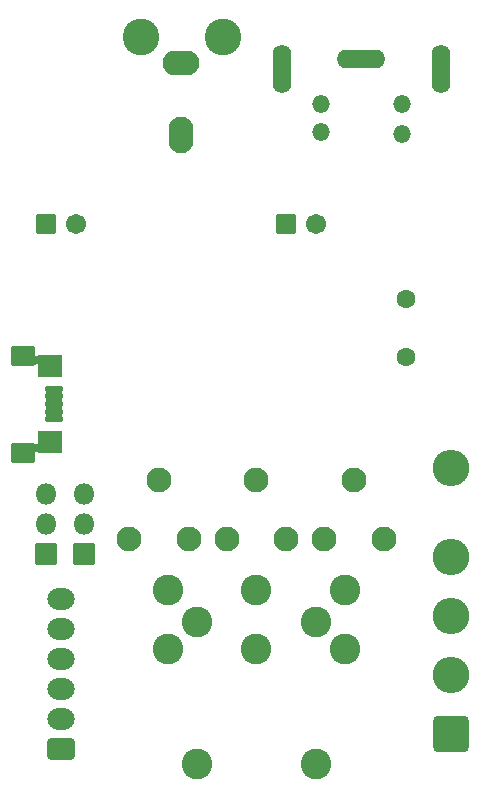
<source format=gbr>
G04 #@! TF.GenerationSoftware,KiCad,Pcbnew,(6.0.6-0)*
G04 #@! TF.CreationDate,2022-10-21T02:43:14+09:00*
G04 #@! TF.ProjectId,Spica,53706963-612e-46b6-9963-61645f706362,rev?*
G04 #@! TF.SameCoordinates,Original*
G04 #@! TF.FileFunction,Soldermask,Bot*
G04 #@! TF.FilePolarity,Negative*
%FSLAX46Y46*%
G04 Gerber Fmt 4.6, Leading zero omitted, Abs format (unit mm)*
G04 Created by KiCad (PCBNEW (6.0.6-0)) date 2022-10-21 02:43:14*
%MOMM*%
%LPD*%
G01*
G04 APERTURE LIST*
G04 Aperture macros list*
%AMRoundRect*
0 Rectangle with rounded corners*
0 $1 Rounding radius*
0 $2 $3 $4 $5 $6 $7 $8 $9 X,Y pos of 4 corners*
0 Add a 4 corners polygon primitive as box body*
4,1,4,$2,$3,$4,$5,$6,$7,$8,$9,$2,$3,0*
0 Add four circle primitives for the rounded corners*
1,1,$1+$1,$2,$3*
1,1,$1+$1,$4,$5*
1,1,$1+$1,$6,$7*
1,1,$1+$1,$8,$9*
0 Add four rect primitives between the rounded corners*
20,1,$1+$1,$2,$3,$4,$5,0*
20,1,$1+$1,$4,$5,$6,$7,0*
20,1,$1+$1,$6,$7,$8,$9,0*
20,1,$1+$1,$8,$9,$2,$3,0*%
G04 Aperture macros list end*
%ADD10RoundRect,0.051000X-0.800000X-0.800000X0.800000X-0.800000X0.800000X0.800000X-0.800000X0.800000X0*%
%ADD11C,1.702000*%
%ADD12RoundRect,0.051000X0.850000X0.850000X-0.850000X0.850000X-0.850000X-0.850000X0.850000X-0.850000X0*%
%ADD13O,1.802000X1.802000*%
%ADD14O,4.102000X1.602000*%
%ADD15O,1.602000X4.102000*%
%ADD16O,1.502000X1.502000*%
%ADD17C,3.102000*%
%ADD18O,2.102000X3.102000*%
%ADD19O,3.102000X2.102000*%
%ADD20C,2.102000*%
%ADD21C,1.602000*%
%ADD22C,2.602000*%
%ADD23RoundRect,0.301000X0.850000X-0.620000X0.850000X0.620000X-0.850000X0.620000X-0.850000X-0.620000X0*%
%ADD24O,2.302000X1.842000*%
%ADD25RoundRect,0.492000X1.059000X-1.059000X1.059000X1.059000X-1.059000X1.059000X-1.059000X-1.059000X0*%
%ADD26O,3.102000X3.102000*%
%ADD27RoundRect,0.051000X1.000000X-0.900000X1.000000X0.900000X-1.000000X0.900000X-1.000000X-0.900000X0*%
%ADD28RoundRect,0.051000X0.950000X-0.800000X0.950000X0.800000X-0.950000X0.800000X-0.950000X-0.800000X0*%
%ADD29RoundRect,0.051000X0.675000X-0.200000X0.675000X0.200000X-0.675000X0.200000X-0.675000X-0.200000X0*%
G04 APERTURE END LIST*
D10*
X58420000Y-81280000D03*
D11*
X60920000Y-81280000D03*
D10*
X78740000Y-81280000D03*
D11*
X81240000Y-81280000D03*
D12*
X58420000Y-109220000D03*
D13*
X58420000Y-106680000D03*
X58420000Y-104140000D03*
D14*
X85090000Y-67320000D03*
D15*
X91840000Y-68120000D03*
X78340000Y-68120000D03*
D16*
X81690000Y-71120000D03*
X88490000Y-71120000D03*
X81690000Y-73520000D03*
X88490000Y-73620000D03*
D17*
X73350000Y-65430000D03*
X66450000Y-65430000D03*
D18*
X69850000Y-73730000D03*
D19*
X69850000Y-67630000D03*
D20*
X73700000Y-107950000D03*
X76200000Y-102950000D03*
X78700000Y-107950000D03*
D21*
X88900000Y-87630000D03*
X88900000Y-92510000D03*
D22*
X81200000Y-126960000D03*
X71200000Y-126960000D03*
X83700000Y-117260000D03*
X76200000Y-117260000D03*
X68700000Y-117260000D03*
X81200000Y-114960000D03*
X71200000Y-114960000D03*
X83700000Y-112260000D03*
X68700000Y-112260000D03*
X76200000Y-112260000D03*
D20*
X65445000Y-107950000D03*
X67945000Y-102950000D03*
X70445000Y-107950000D03*
D12*
X61595000Y-109220000D03*
D13*
X61595000Y-106680000D03*
X61595000Y-104140000D03*
D20*
X81955000Y-107950000D03*
X84455000Y-102950000D03*
X86955000Y-107950000D03*
D23*
X59690000Y-125730000D03*
D24*
X59690000Y-123190000D03*
X59690000Y-120650000D03*
X59690000Y-118110000D03*
X59690000Y-115570000D03*
X59690000Y-113030000D03*
D25*
X92710000Y-124460000D03*
D26*
X92710000Y-119460000D03*
X92710000Y-114460000D03*
X92710000Y-109460000D03*
X92710000Y-101960000D03*
D27*
X58755000Y-93270000D03*
D28*
X56455000Y-92420000D03*
D27*
X58755000Y-99770000D03*
D28*
X56455000Y-100620000D03*
D29*
X59055000Y-95220000D03*
X59055000Y-95870000D03*
X59055000Y-96520000D03*
X59055000Y-97170000D03*
X59055000Y-97820000D03*
G36*
X57705076Y-99808299D02*
G01*
X57706000Y-99809985D01*
X57706000Y-100657680D01*
X57705000Y-100659412D01*
X57703000Y-100659412D01*
X57702038Y-100658070D01*
X57701691Y-100656324D01*
X57669453Y-100594692D01*
X57609269Y-100560417D01*
X57540111Y-100564123D01*
X57483933Y-100604630D01*
X57458481Y-100669314D01*
X57457998Y-100680126D01*
X57456922Y-100681812D01*
X57454924Y-100681723D01*
X57454000Y-100680037D01*
X57454000Y-99832310D01*
X57455000Y-99830578D01*
X57457000Y-99830578D01*
X57457962Y-99831920D01*
X57458311Y-99833678D01*
X57490550Y-99895310D01*
X57550734Y-99929583D01*
X57619892Y-99925876D01*
X57676069Y-99885368D01*
X57701520Y-99820684D01*
X57702002Y-99809896D01*
X57703078Y-99808210D01*
X57705076Y-99808299D01*
G37*
G36*
X58350267Y-97407886D02*
G01*
X58361262Y-97415233D01*
X58380199Y-97419000D01*
X59729801Y-97419000D01*
X59748738Y-97415233D01*
X59759733Y-97407886D01*
X59761729Y-97407755D01*
X59762840Y-97409418D01*
X59762507Y-97410660D01*
X59753291Y-97424452D01*
X59755031Y-97425615D01*
X59755916Y-97427409D01*
X59755455Y-97428560D01*
X59740922Y-97445952D01*
X59732296Y-97514670D01*
X59755082Y-97562288D01*
X59754928Y-97564282D01*
X59754389Y-97564814D01*
X59753291Y-97565548D01*
X59762507Y-97579340D01*
X59762638Y-97581336D01*
X59760975Y-97582447D01*
X59759733Y-97582114D01*
X59748738Y-97574767D01*
X59729801Y-97571000D01*
X58380199Y-97571000D01*
X58361262Y-97574767D01*
X58350267Y-97582114D01*
X58348271Y-97582245D01*
X58347160Y-97580582D01*
X58347493Y-97579340D01*
X58356709Y-97565548D01*
X58354969Y-97564385D01*
X58354084Y-97562591D01*
X58354545Y-97561440D01*
X58369078Y-97544048D01*
X58377704Y-97475330D01*
X58354918Y-97427712D01*
X58355072Y-97425718D01*
X58355611Y-97425186D01*
X58356709Y-97424452D01*
X58347493Y-97410660D01*
X58347362Y-97408664D01*
X58349025Y-97407553D01*
X58350267Y-97407886D01*
G37*
G36*
X58350267Y-96757886D02*
G01*
X58361262Y-96765233D01*
X58380199Y-96769000D01*
X59729801Y-96769000D01*
X59748738Y-96765233D01*
X59759733Y-96757886D01*
X59761729Y-96757755D01*
X59762840Y-96759418D01*
X59762507Y-96760660D01*
X59753291Y-96774452D01*
X59755031Y-96775615D01*
X59755916Y-96777409D01*
X59755455Y-96778560D01*
X59740922Y-96795952D01*
X59732296Y-96864670D01*
X59755082Y-96912288D01*
X59754928Y-96914282D01*
X59754389Y-96914814D01*
X59753291Y-96915548D01*
X59762507Y-96929340D01*
X59762638Y-96931336D01*
X59760975Y-96932447D01*
X59759733Y-96932114D01*
X59748738Y-96924767D01*
X59729801Y-96921000D01*
X58380199Y-96921000D01*
X58361262Y-96924767D01*
X58350267Y-96932114D01*
X58348271Y-96932245D01*
X58347160Y-96930582D01*
X58347493Y-96929340D01*
X58356709Y-96915548D01*
X58354969Y-96914385D01*
X58354084Y-96912591D01*
X58354545Y-96911440D01*
X58369078Y-96894048D01*
X58377704Y-96825330D01*
X58354918Y-96777712D01*
X58355072Y-96775718D01*
X58355611Y-96775186D01*
X58356709Y-96774452D01*
X58347493Y-96760660D01*
X58347362Y-96758664D01*
X58349025Y-96757553D01*
X58350267Y-96757886D01*
G37*
G36*
X58350267Y-96107886D02*
G01*
X58361262Y-96115233D01*
X58380199Y-96119000D01*
X59729801Y-96119000D01*
X59748738Y-96115233D01*
X59759733Y-96107886D01*
X59761729Y-96107755D01*
X59762840Y-96109418D01*
X59762507Y-96110660D01*
X59753291Y-96124452D01*
X59755031Y-96125615D01*
X59755916Y-96127409D01*
X59755455Y-96128560D01*
X59740922Y-96145952D01*
X59732296Y-96214670D01*
X59755082Y-96262288D01*
X59754928Y-96264282D01*
X59754389Y-96264814D01*
X59753291Y-96265548D01*
X59762507Y-96279340D01*
X59762638Y-96281336D01*
X59760975Y-96282447D01*
X59759733Y-96282114D01*
X59748738Y-96274767D01*
X59729801Y-96271000D01*
X58380199Y-96271000D01*
X58361262Y-96274767D01*
X58350267Y-96282114D01*
X58348271Y-96282245D01*
X58347160Y-96280582D01*
X58347493Y-96279340D01*
X58356709Y-96265548D01*
X58354969Y-96264385D01*
X58354084Y-96262591D01*
X58354545Y-96261440D01*
X58369078Y-96244048D01*
X58377704Y-96175330D01*
X58354918Y-96127712D01*
X58355072Y-96125718D01*
X58355611Y-96125186D01*
X58356709Y-96124452D01*
X58347493Y-96110660D01*
X58347362Y-96108664D01*
X58349025Y-96107553D01*
X58350267Y-96107886D01*
G37*
G36*
X58350267Y-95457886D02*
G01*
X58361262Y-95465233D01*
X58380199Y-95469000D01*
X59729801Y-95469000D01*
X59748738Y-95465233D01*
X59759733Y-95457886D01*
X59761729Y-95457755D01*
X59762840Y-95459418D01*
X59762507Y-95460660D01*
X59753291Y-95474452D01*
X59755031Y-95475615D01*
X59755916Y-95477409D01*
X59755455Y-95478560D01*
X59740922Y-95495952D01*
X59732296Y-95564670D01*
X59755082Y-95612288D01*
X59754928Y-95614282D01*
X59754389Y-95614814D01*
X59753291Y-95615548D01*
X59762507Y-95629340D01*
X59762638Y-95631336D01*
X59760975Y-95632447D01*
X59759733Y-95632114D01*
X59748738Y-95624767D01*
X59729801Y-95621000D01*
X58380199Y-95621000D01*
X58361262Y-95624767D01*
X58350267Y-95632114D01*
X58348271Y-95632245D01*
X58347160Y-95630582D01*
X58347493Y-95629340D01*
X58356709Y-95615548D01*
X58354969Y-95614385D01*
X58354084Y-95612591D01*
X58354545Y-95611440D01*
X58369078Y-95594048D01*
X58377704Y-95525330D01*
X58354918Y-95477712D01*
X58355072Y-95475718D01*
X58355611Y-95475186D01*
X58356709Y-95474452D01*
X58347493Y-95460660D01*
X58347362Y-95458664D01*
X58349025Y-95457553D01*
X58350267Y-95457886D01*
G37*
G36*
X57457919Y-92359398D02*
G01*
X57477595Y-92426410D01*
X57529938Y-92471765D01*
X57598491Y-92481622D01*
X57661489Y-92452851D01*
X57699072Y-92394372D01*
X57701639Y-92383926D01*
X57702038Y-92381919D01*
X57703357Y-92380415D01*
X57705319Y-92380805D01*
X57706000Y-92382309D01*
X57706000Y-93230042D01*
X57705000Y-93231774D01*
X57703000Y-93231774D01*
X57702081Y-93230605D01*
X57682404Y-93163590D01*
X57630061Y-93118235D01*
X57561508Y-93108378D01*
X57498510Y-93137149D01*
X57460927Y-93195628D01*
X57458360Y-93206076D01*
X57457962Y-93208077D01*
X57456643Y-93209581D01*
X57454681Y-93209191D01*
X57454000Y-93207687D01*
X57454000Y-92359961D01*
X57455000Y-92358229D01*
X57457000Y-92358229D01*
X57457919Y-92359398D01*
G37*
M02*

</source>
